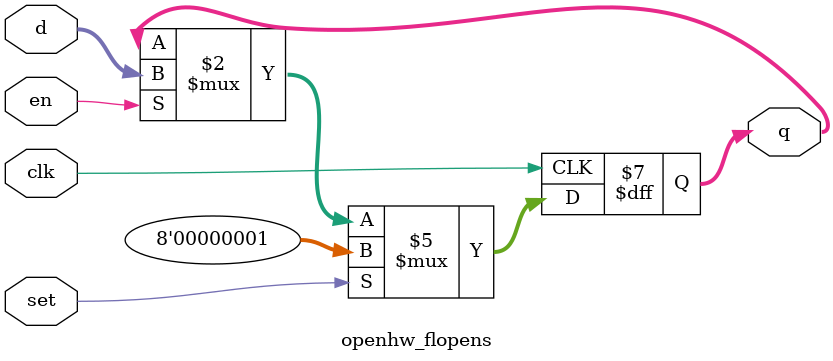
<source format=sv>

module openhw_flopens #(parameter WIDTH = 8) (
  input  logic             clk, set, en,
  input  logic [WIDTH-1:0] d, 
  output logic [WIDTH-1:0] q);

  always_ff @(posedge clk) 
    if (set)   q <= #1 1;
    else if (en) q <= #1 d;
endmodule



</source>
